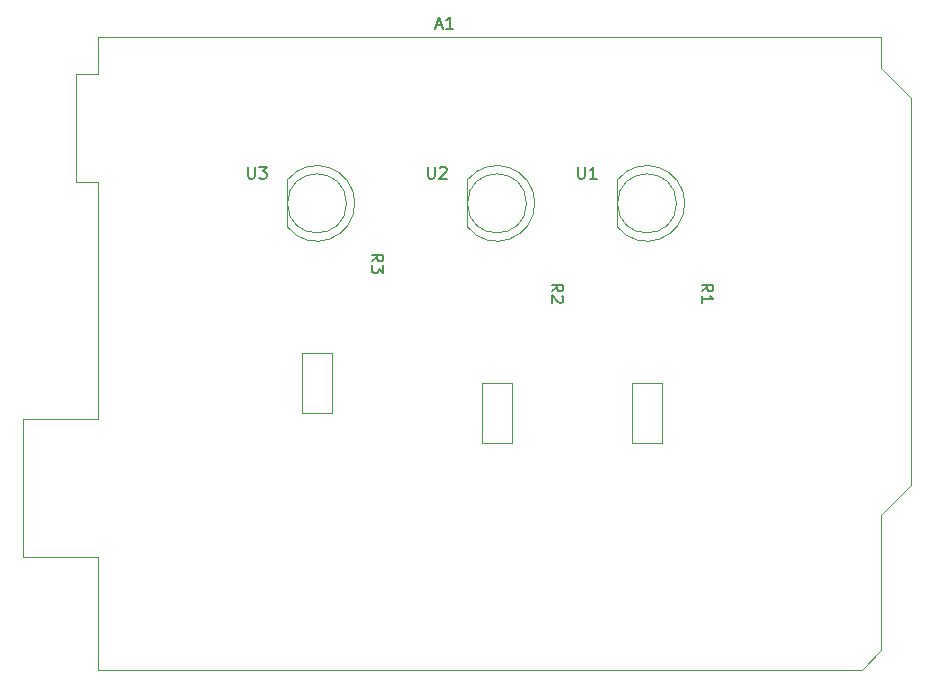
<source format=gbr>
%TF.GenerationSoftware,KiCad,Pcbnew,(6.0.7)*%
%TF.CreationDate,2022-08-16T16:00:37+09:00*%
%TF.ProjectId,uno_sd,756e6f5f-7364-42e6-9b69-6361645f7063,rev?*%
%TF.SameCoordinates,Original*%
%TF.FileFunction,Legend,Top*%
%TF.FilePolarity,Positive*%
%FSLAX46Y46*%
G04 Gerber Fmt 4.6, Leading zero omitted, Abs format (unit mm)*
G04 Created by KiCad (PCBNEW (6.0.7)) date 2022-08-16 16:00:37*
%MOMM*%
%LPD*%
G01*
G04 APERTURE LIST*
%ADD10C,0.150000*%
%ADD11C,0.120000*%
G04 APERTURE END LIST*
D10*
%TO.C,R3*%
X159567619Y-86193333D02*
X160043809Y-85860000D01*
X159567619Y-85621904D02*
X160567619Y-85621904D01*
X160567619Y-86002857D01*
X160520000Y-86098095D01*
X160472380Y-86145714D01*
X160377142Y-86193333D01*
X160234285Y-86193333D01*
X160139047Y-86145714D01*
X160091428Y-86098095D01*
X160043809Y-86002857D01*
X160043809Y-85621904D01*
X160567619Y-86526666D02*
X160567619Y-87145714D01*
X160186666Y-86812380D01*
X160186666Y-86955238D01*
X160139047Y-87050476D01*
X160091428Y-87098095D01*
X159996190Y-87145714D01*
X159758095Y-87145714D01*
X159662857Y-87098095D01*
X159615238Y-87050476D01*
X159567619Y-86955238D01*
X159567619Y-86669523D01*
X159615238Y-86574285D01*
X159662857Y-86526666D01*
%TO.C,R2*%
X174807619Y-88733333D02*
X175283809Y-88400000D01*
X174807619Y-88161904D02*
X175807619Y-88161904D01*
X175807619Y-88542857D01*
X175760000Y-88638095D01*
X175712380Y-88685714D01*
X175617142Y-88733333D01*
X175474285Y-88733333D01*
X175379047Y-88685714D01*
X175331428Y-88638095D01*
X175283809Y-88542857D01*
X175283809Y-88161904D01*
X175712380Y-89114285D02*
X175760000Y-89161904D01*
X175807619Y-89257142D01*
X175807619Y-89495238D01*
X175760000Y-89590476D01*
X175712380Y-89638095D01*
X175617142Y-89685714D01*
X175521904Y-89685714D01*
X175379047Y-89638095D01*
X174807619Y-89066666D01*
X174807619Y-89685714D01*
%TO.C,R1*%
X187507619Y-88733333D02*
X187983809Y-88400000D01*
X187507619Y-88161904D02*
X188507619Y-88161904D01*
X188507619Y-88542857D01*
X188460000Y-88638095D01*
X188412380Y-88685714D01*
X188317142Y-88733333D01*
X188174285Y-88733333D01*
X188079047Y-88685714D01*
X188031428Y-88638095D01*
X187983809Y-88542857D01*
X187983809Y-88161904D01*
X187507619Y-89685714D02*
X187507619Y-89114285D01*
X187507619Y-89400000D02*
X188507619Y-89400000D01*
X188364761Y-89304761D01*
X188269523Y-89209523D01*
X188221904Y-89114285D01*
%TO.C,U3*%
X149098095Y-78192380D02*
X149098095Y-79001904D01*
X149145714Y-79097142D01*
X149193333Y-79144761D01*
X149288571Y-79192380D01*
X149479047Y-79192380D01*
X149574285Y-79144761D01*
X149621904Y-79097142D01*
X149669523Y-79001904D01*
X149669523Y-78192380D01*
X150050476Y-78192380D02*
X150669523Y-78192380D01*
X150336190Y-78573333D01*
X150479047Y-78573333D01*
X150574285Y-78620952D01*
X150621904Y-78668571D01*
X150669523Y-78763809D01*
X150669523Y-79001904D01*
X150621904Y-79097142D01*
X150574285Y-79144761D01*
X150479047Y-79192380D01*
X150193333Y-79192380D01*
X150098095Y-79144761D01*
X150050476Y-79097142D01*
%TO.C,U2*%
X164338095Y-78192380D02*
X164338095Y-79001904D01*
X164385714Y-79097142D01*
X164433333Y-79144761D01*
X164528571Y-79192380D01*
X164719047Y-79192380D01*
X164814285Y-79144761D01*
X164861904Y-79097142D01*
X164909523Y-79001904D01*
X164909523Y-78192380D01*
X165338095Y-78287619D02*
X165385714Y-78240000D01*
X165480952Y-78192380D01*
X165719047Y-78192380D01*
X165814285Y-78240000D01*
X165861904Y-78287619D01*
X165909523Y-78382857D01*
X165909523Y-78478095D01*
X165861904Y-78620952D01*
X165290476Y-79192380D01*
X165909523Y-79192380D01*
%TO.C,U1*%
X177038095Y-78192380D02*
X177038095Y-79001904D01*
X177085714Y-79097142D01*
X177133333Y-79144761D01*
X177228571Y-79192380D01*
X177419047Y-79192380D01*
X177514285Y-79144761D01*
X177561904Y-79097142D01*
X177609523Y-79001904D01*
X177609523Y-78192380D01*
X178609523Y-79192380D02*
X178038095Y-79192380D01*
X178323809Y-79192380D02*
X178323809Y-78192380D01*
X178228571Y-78335238D01*
X178133333Y-78430476D01*
X178038095Y-78478095D01*
%TO.C,A1*%
X165020714Y-66206666D02*
X165496904Y-66206666D01*
X164925476Y-66492380D02*
X165258809Y-65492380D01*
X165592142Y-66492380D01*
X166449285Y-66492380D02*
X165877857Y-66492380D01*
X166163571Y-66492380D02*
X166163571Y-65492380D01*
X166068333Y-65635238D01*
X165973095Y-65730476D01*
X165877857Y-65778095D01*
D11*
%TO.C,R3*%
X156210000Y-93980000D02*
X153670000Y-93980000D01*
X153670000Y-93980000D02*
X153670000Y-99060000D01*
X153670000Y-99060000D02*
X156210000Y-99060000D01*
X156210000Y-99060000D02*
X156210000Y-93980000D01*
%TO.C,R2*%
X171450000Y-96520000D02*
X168910000Y-96520000D01*
X168910000Y-96520000D02*
X168910000Y-101600000D01*
X168910000Y-101600000D02*
X171450000Y-101600000D01*
X171450000Y-101600000D02*
X171450000Y-96520000D01*
%TO.C,R1*%
X184150000Y-96520000D02*
X181610000Y-96520000D01*
X181610000Y-96520000D02*
X181610000Y-101600000D01*
X181610000Y-101600000D02*
X184150000Y-101600000D01*
X184150000Y-101600000D02*
X184150000Y-96520000D01*
%TO.C,U3*%
X152440000Y-83280000D02*
X152440000Y-79280000D01*
X152440000Y-83280000D02*
G75*
G03*
X152440000Y-79280000I2500000J2000000D01*
G01*
X157440000Y-81280000D02*
G75*
G03*
X157440000Y-81280000I-2500000J0D01*
G01*
%TO.C,U2*%
X167680000Y-83280000D02*
X167680000Y-79280000D01*
X167680000Y-83280000D02*
G75*
G03*
X167680000Y-79280000I2500000J2000000D01*
G01*
X172680000Y-81280000D02*
G75*
G03*
X172680000Y-81280000I-2500000J0D01*
G01*
%TO.C,U1*%
X180380000Y-83280000D02*
X180380000Y-79280000D01*
X180380000Y-83280000D02*
G75*
G03*
X180380000Y-79280000I2500000J2000000D01*
G01*
X185380000Y-81280000D02*
G75*
G03*
X185380000Y-81280000I-2500000J0D01*
G01*
%TO.C,A1*%
X205235000Y-105160000D02*
X205235000Y-72390000D01*
X202695000Y-67180000D02*
X136395000Y-67180000D01*
X134495000Y-70360000D02*
X134495000Y-79500000D01*
X134495000Y-79500000D02*
X136395000Y-79500000D01*
X136395000Y-70360000D02*
X134495000Y-70360000D01*
X202695000Y-119130000D02*
X202695000Y-107700000D01*
X136395000Y-120780000D02*
X201045000Y-120780000D01*
X205235000Y-72390000D02*
X202695000Y-69850000D01*
X201045000Y-120780000D02*
X202695000Y-119130000D01*
X130045000Y-99570000D02*
X130045000Y-111250000D01*
X136395000Y-99570000D02*
X130045000Y-99570000D01*
X136395000Y-111250000D02*
X136395000Y-120780000D01*
X136395000Y-67180000D02*
X136395000Y-70360000D01*
X130045000Y-111250000D02*
X136395000Y-111250000D01*
X202695000Y-69850000D02*
X202695000Y-67180000D01*
X136395000Y-79500000D02*
X136395000Y-99570000D01*
X202695000Y-107700000D02*
X205235000Y-105160000D01*
%TD*%
M02*

</source>
